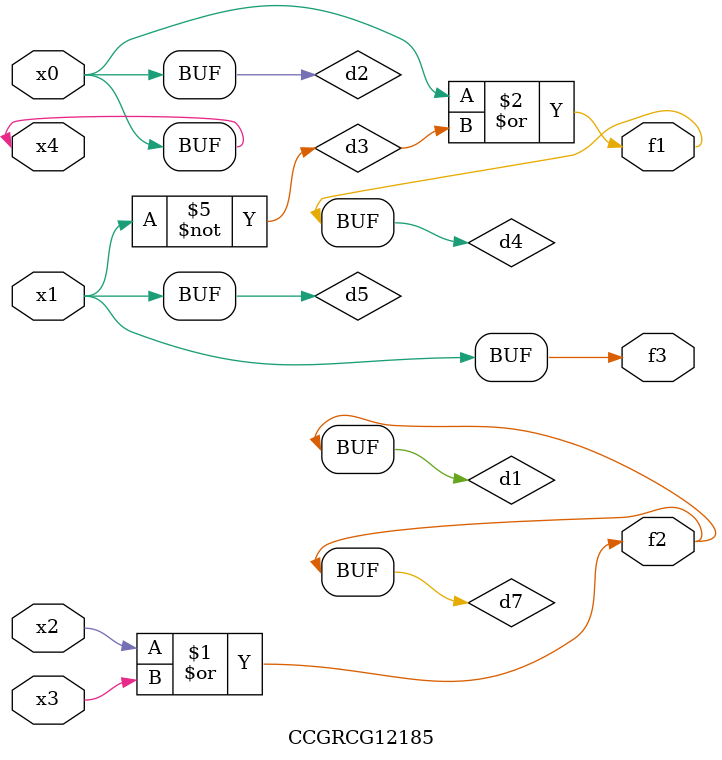
<source format=v>
module CCGRCG12185(
	input x0, x1, x2, x3, x4,
	output f1, f2, f3
);

	wire d1, d2, d3, d4, d5, d6, d7;

	or (d1, x2, x3);
	buf (d2, x0, x4);
	not (d3, x1);
	or (d4, d2, d3);
	not (d5, d3);
	nand (d6, d1, d3);
	or (d7, d1);
	assign f1 = d4;
	assign f2 = d7;
	assign f3 = d5;
endmodule

</source>
